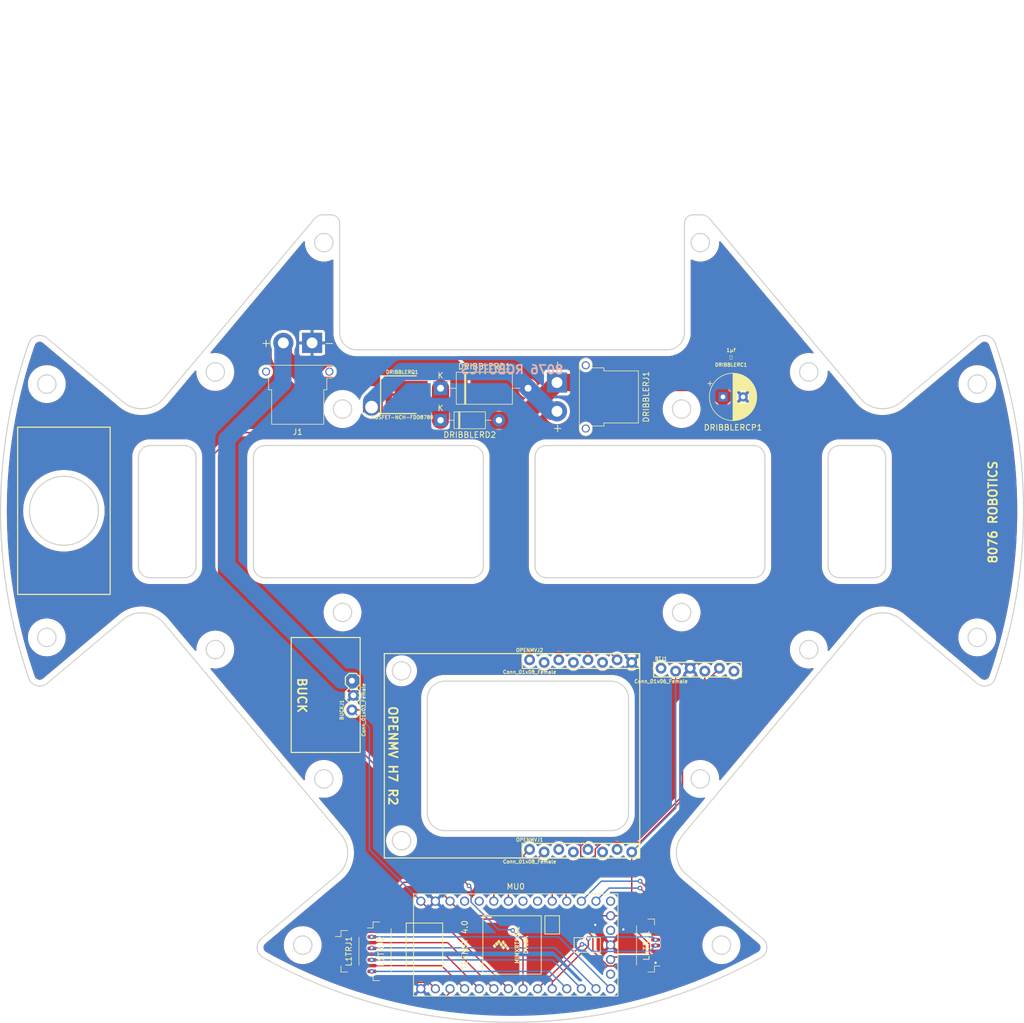
<source format=kicad_pcb>
(kicad_pcb (version 20211014) (generator pcbnew)
  (layers (0 "F.Cu" signal) (31 "B.Cu" signal) (34 "B.Paste" user) (35 "F.Paste" user) (36 "B.SilkS" user "B.Silkscreen") (37 "F.SilkS" user "F.Silkscreen") (38 "B.Mask" user) (39 "F.Mask" user) (44 "Edge.Cuts" user))
  (net 0 "")
  (net 1 "/L1RX")
  (net 2 "/L1TX")
  (net 3 "/M1PWM")
  (net 4 "/M2PWM")
  (net 5 "+3V3")
  (net 6 "/M3PWM")
  (net 7 "/M4PWM")
  (net 8 "/DRIBBLERPWM")
  (net 9 "/L4RX")
  (net 10 "/L4TX")
  (net 11 "/M1INA")
  (net 12 "/M2INA")
  (net 13 "/M3INA")
  (net 14 "/M4INA")
  (net 16 "/IMURX")
  (net 17 "/BTRX")
  (net 18 "/BTTX")
  (net 21 "/CAMTX")
  (net 22 "/CAMRX")
  (net 25 "GND")
  (net 28 "+5V")
  (net 42 "+12V")
  (net 43 "/IMUTX")
  (net 44 "/LIGHT_INT")
  (net 45 "Net-(DRIBBLERD1-Pad2)")
  (net 46 "Net-(DRIBBLERD1-Pad1)")
  (footprint "teensy:Teensy40" (layer "F.Cu") (at 126.365 176.9)
    (fp_text reference "MU0" (at 0 -10.16) (layer "F.SilkS"))
    (fp_text value "DEV-15583")
    (fp_text user "DVL6A" (at 1.778 0 90) (layer "F.SilkS") (effects (font (size 0.7 0.7))))
    (fp_text user "TEENSY 4.0" (at -8.87 0 90 unlocked) (layer "F.SilkS"))
    (fp_text user "MIMXRT1062" (at 0.254 0 90) (layer "F.SilkS") (effects (font (size 0.7 0.7))))
    (pad "0" thru_hole circle (at -13.97 7.62) (size 1.6 1.6) (drill 1.1) (layers *.Cu *.Mask) (net 1 "/L1RX"))
    (pad "1" thru_hole circle (at -11.43 7.62) (size 1.6 1.6) (drill 1.1) (layers *.Cu *.Mask) (net 2 "/L1TX"))
    (pad "2" thru_hole circle (at -8.89 7.62) (size 1.6 1.6) (drill 1.1) (layers *.Cu *.Mask) (net 3 "/M1PWM"))
    (pad "3" thru_hole circle (at -6.35 7.62) (size 1.6 1.6) (drill 1.1) (layers *.Cu *.Mask) (net 4 "/M2PWM"))
    (pad "3.3V_1" thru_hole circle (at 16.51 2.54) (size 1.6 1.6) (drill 1.1) (layers *.Cu *.Mask) (net 5 "+3V3"))
    (pad "3.3V_2" thru_hole circle (at -11.43 -7.62) (size 1.6 1.6) (drill 1.1) (layers *.Cu *.Mask) (net 5 "+3V3"))
    (pad "4" thru_hole circle (at -3.81 7.62) (size 1.6 1.6) (drill 1.1) (layers *.Cu *.Mask) (net 6 "/M3PWM"))
    (pad "5" thru_hole circle (at -1.27 7.62) (size 1.6 1.6) (drill 1.1) (layers *.Cu *.Mask) (net 7 "/M4PWM"))
    (pad "6" thru_hole circle (at 1.27 7.62) (size 1.6 1.6) (drill 1.1) (layers *.Cu *.Mask) (net 8 "/DRIBBLERPWM"))
    (pad "7" thru_hole circle (at 3.81 7.62) (size 1.6 1.6) (drill 1.1) (layers *.Cu *.Mask) (net 9 "/L4RX"))
    (pad "8" thru_hole circle (at 6.35 7.62) (size 1.6 1.6) (drill 1.1) (layers *.Cu *.Mask) (net 10 "/L4TX"))
    (pad "9" thru_hole circle (at 8.89 7.62) (size 1.6 1.6) (drill 1.1) (layers *.Cu *.Mask) (net 11 "/M1INA"))
    (pad "10" thru_hole circle (at 11.43 7.62) (size 1.6 1.6) (drill 1.1) (layers *.Cu *.Mask) (net 12 "/M2INA"))
    (pad "11" thru_hole circle (at 13.97 7.62) (size 1.6 1.6) (drill 1.1) (layers *.Cu *.Mask) (net 13 "/M3INA"))
    (pad "12" thru_hole circle (at 16.51 7.62) (size 1.6 1.6) (drill 1.1) (layers *.Cu *.Mask) (net 14 "/M4INA"))
    (pad "13" thru_hole circle (at 16.51 -7.62) (size 1.6 1.6) (drill 1.1) (layers *.Cu *.Mask))
    (pad "14" thru_hole circle (at 13.97 -7.62) (size 1.6 1.6) (drill 1.1) (layers *.Cu *.Mask) (net 43 "/IMUTX"))
    (pad "15" thru_hole circle (at 11.43 -7.62 90) (size 1.6 1.6) (drill 1.1) (layers *.Cu *.Mask) (net 16 "/IMURX"))
    (pad "16" thru_hole circle (at 8.89 -7.62 90) (size 1.6 1.6) (drill 1.1) (layers *.Cu *.Mask) (net 17 "/BTRX"))
    (pad "17" thru_hole circle (at 6.35 -7.62 90) (size 1.6 1.6) (drill 1.1) (layers *.Cu *.Mask) (net 18 "/BTTX"))
    (pad "18" thru_hole circle (at 3.81 -7.62 90) (size 1.6 1.6) (drill 1.1) (layers *.Cu *.Mask))
    (pad "19" thru_hole circle (at 1.27 -7.62 90) (size 1.6 1.6) (drill 1.1) (layers *.Cu *.Mask))
    (pad "20" thru_hole circle (at -1.27 -7.62 90) (size 1.6 1.6) (drill 1.1) (layers *.Cu *.Mask) (net 21 "/CAMTX"))
    (pad "21" thru_hole circle (at -3.81 -7.62) (size 1.6 1.6) (drill 1.1) (layers *.Cu *.Mask) (net 22 "/CAMRX"))
    (pad "22" thru_hole circle (at -6.35 -7.62) (size 1.6 1.6) (drill 1.1) (layers *.Cu *.Mask))
    (pad "23" thru_hole circle (at -8.89 -7.62) (size 1.6 1.6) (drill 1.1) (layers *.Cu *.Mask))
    (pad "G1" thru_hole circle (at -16.51 7.62) (size 1.6 1.6) (drill 1.1) (layers *.Cu *.Mask) (net 25 "GND"))
    (pad "G2" thru_hole circle (at 16.51 0) (size 1.6 1.6) (drill 1.1) (layers *.Cu *.Mask) (net 25 "GND"))
    (pad "G3" thru_hole circle (at -13.97 -7.62) (size 1.6 1.6) (drill 1.1) (layers *.Cu *.Mask) (net 25 "GND"))
    (pad "ONOFF" thru_hole circle (at 16.51 -5.08) (size 1.6 1.6) (drill 1.1) (layers *.Cu *.Mask) (net 5 "+3V3"))
    (pad "PGM" thru_hole circle (at 16.51 -2.54) (size 1.6 1.6) (drill 1.1) (layers *.Cu *.Mask))
    (pad "VBAT" thru_hole circle (at 16.51 5.08) (size 1.6 1.6) (drill 1.1) (layers *.Cu *.Mask))
    (pad "VIN" thru_hole circle (at -16.51 -7.62) (size 1.6 1.6) (drill 1.1) (layers *.Cu *.Mask) (net 28 "+5V"))
  )
  (footprint "Diode_THT:D_DO-27_P15.24mm_Horizontal" (layer "F.Cu") (at 113.284 80.028)
    (fp_text reference "DRIBBLERD1" (at 7.62 -3.785) (layer "F.SilkS"))
    (fp_text value "1N5401")
    (fp_text user "K" (at 0 -2.2) (layer "F.SilkS"))
    (pad "1" thru_hole rect locked (at 0 0) (size 2.4 2.4) (drill 1.2) (layers *.Cu *.Mask) (net 46 "Net-(DRIBBLERD1-Pad1)"))
    (pad "2" thru_hole oval locked (at 15.24 0) (size 2.4 2.4) (drill 1.2) (layers *.Cu *.Mask) (net 45 "Net-(DRIBBLERD1-Pad2)"))
  )
  (footprint "Connectors:1X03_LOCK" (layer "F.Cu") (at 98 136 90)
    (fp_text reference "BUCKJ1" (at 0 -1.905 90) (layer "F.SilkS") (effects (font (size 0.6096 0.6096) (thickness 0.127))))
    (fp_text value "Conn_01x03_Female" (at 0 1.905 90) (layer "F.SilkS") (effects (font (size 0.6096 0.6096) (thickness 0.127))))
    (pad "1" thru_hole circle locked (at 0 -0.127 90) (size 1.8796 1.8796) (drill 1.016) (layers *.Cu *.Mask) (net 28 "+5V"))
    (pad "2" thru_hole circle locked (at 2.54 0.127 90) (size 1.8796 1.8796) (drill 1.016) (layers *.Cu *.Mask) (net 25 "GND"))
    (pad "3" thru_hole circle locked (at 5.08 -0.127 90) (size 1.8796 1.8796) (drill 1.016) (layers *.Cu *.Mask) (net 42 "+12V"))
  )
  (footprint "Connectors:1X08_FEMALE_LOCK" (layer "F.Cu") (at 128.778 160.5026)
    (fp_text reference "OPENMVJ1" (at 0 -1.905) (layer "F.SilkS") (effects (font (size 0.6096 0.6096) (thickness 0.127))))
    (fp_text value "Conn_01x08_Female" (at 0 1.905) (layer "F.SilkS") (effects (font (size 0.6096 0.6096) (thickness 0.127))))
    (pad "1" thru_hole circle locked (at 0 -0.2286) (size 1.8796 1.8796) (drill 1.016) (layers *.Cu *.Mask) (net 22 "/CAMRX"))
    (pad "2" thru_hole circle locked (at 2.54 0.2286) (size 1.8796 1.8796) (drill 1.016) (layers *.Cu *.Mask) (net 21 "/CAMTX"))
    (pad "3" thru_hole circle locked (at 5.08 -0.2286) (size 1.8796 1.8796) (drill 1.016) (layers *.Cu *.Mask))
    (pad "4" thru_hole circle locked (at 7.62 0.2286) (size 1.8796 1.8796) (drill 1.016) (layers *.Cu *.Mask))
    (pad "5" thru_hole circle locked (at 10.16 -0.2286) (size 1.8796 1.8796) (drill 1.016) (layers *.Cu *.Mask))
    (pad "6" thru_hole circle locked (at 12.7 0.2286) (size 1.8796 1.8796) (drill 1.016) (layers *.Cu *.Mask))
    (pad "7" thru_hole circle locked (at 15.24 -0.2286) (size 1.8796 1.8796) (drill 1.016) (layers *.Cu *.Mask))
    (pad "8" thru_hole circle locked (at 17.78 0.2286) (size 1.8796 1.8796) (drill 1.016) (layers *.Cu *.Mask) (net 5 "+3V3"))
  )
  (footprint "Silicon-Standard:DPAK" (layer "F.Cu") (at 106.591735 81.153 -90)
    (fp_text reference "DRIBBLERQ1" (at -3.937 0) (layer "F.SilkS") (effects (font (size 0.6096 0.6096) (thickness 0.127))))
    (fp_text value "MOSFET-NCH-FDD8780" (at 3.937 0) (layer "F.SilkS") (effects (font (size 0.6096 0.6096) (thickness 0.127))))
    (pad "1" smd rect locked (at -2.27838 5.3086 270) (size 1.59766 2.99974) (layers "F.Cu" "F.Paste" "F.Mask") (net 8 "/DRIBBLERPWM"))
    (pad "3" smd rect locked (at 2.27838 5.3086 270) (size 1.59766 2.99974) (layers "F.Cu" "F.Paste" "F.Mask") (net 45 "Net-(DRIBBLERD1-Pad2)"))
    (pad "4" smd rect locked (at 0 -1.5875 270) (size 4.826 5.715) (layers "F.Cu" "F.Paste" "F.Mask") (net 25 "GND"))
  )
  (footprint "Connector_JST:JST_SH_BM08B-SRSS-TB_1x08-1MP_P1.00mm_Vertical" (layer "F.Cu") (at 102.661 178 -90)
    (fp_text reference "L1TRJ2" (at 0 -0.286 90) (layer "F.SilkS"))
    (fp_text value "Conn_01x08_Female")
    (pad "1" smd roundrect locked (at -3.5 1.325 270) (size 0.6 1.55) (layers "F.Cu" "F.Paste" "F.Mask") (net 7 "/M4PWM"))
    (pad "2" smd roundrect locked (at -2.5 1.325 270) (size 0.6 1.55) (layers "F.Cu" "F.Paste" "F.Mask") (net 14 "/M4INA"))
    (pad "3" smd roundrect locked (at -1.5 1.325 270) (size 0.6 1.55) (layers "F.Cu" "F.Paste" "F.Mask") (net 6 "/M3PWM"))
    (pad "4" smd roundrect locked (at -0.5 1.325 270) (size 0.6 1.55) (layers "F.Cu" "F.Paste" "F.Mask") (net 13 "/M3INA"))
    (pad "5" smd roundrect locked (at 0.5 1.325 270) (size 0.6 1.55) (layers "F.Cu" "F.Paste" "F.Mask") (net 4 "/M2PWM"))
    (pad "6" smd roundrect locked (at 1.5 1.325 270) (size 0.6 1.55) (layers "F.Cu" "F.Paste" "F.Mask") (net 12 "/M2INA"))
    (pad "7" smd roundrect locked (at 2.5 1.325 270) (size 0.6 1.55) (layers "F.Cu" "F.Paste" "F.Mask") (net 3 "/M1PWM"))
    (pad "8" smd roundrect locked (at 3.5 1.325 270) (size 0.6 1.55) (layers "F.Cu" "F.Paste" "F.Mask") (net 11 "/M1INA"))
    (pad "MP" smd roundrect locked (at 4.8 -1.2 270) (size 1.2 1.8) (layers "F.Cu" "F.Paste" "F.Mask") (roundrect_rratio 0.2083333333))
    (pad "MP" smd roundrect locked (at -4.8 -1.2 270) (size 1.2 1.8) (layers "F.Cu" "F.Paste" "F.Mask") (roundrect_rratio 0.2083333333))
  )
  (footprint "Connector_AMASS:AMASS_XT30PW-F_1x02_P2.50mm_Horizontal" (layer "F.Cu") (at 90.932 72.136 180)
    (fp_text reference "J1" (at 2.5 -15.5) (layer "F.SilkS"))
    (fp_text value "Conn_01x02_Female")
    (fp_text user "-" (at -3 0) (layer "F.SilkS") (effects (font (size 1.5 1.5))))
    (fp_text user "+" (at 8 0) (layer "F.SilkS") (effects (font (size 1.5 1.5))))
    (pad "" thru_hole circle locked (at 8 -5 180) (size 1.4 1.4) (drill 1) (layers *.Cu *.Mask))
    (pad "" thru_hole circle locked (at -3 -5 270) (size 1.4 1.4) (drill 1) (layers *.Cu *.Mask))
    (pad "1" thru_hole rect locked (at 0 0 180) (size 3.5 3.5) (drill 1.9) (layers *.Cu *.Mask) (net 25 "GND"))
    (pad "2" thru_hole circle locked (at 5 0 180) (size 3.5 3.5) (drill 1.9) (layers *.Cu *.Mask) (net 42 "+12V"))
  )
  (footprint "Connector_JST:JST_SH_BM05B-SRSS-TB_1x05-1MP_P1.00mm_Vertical" (layer "F.Cu") (at 97.075 178 -90)
    (fp_text reference "L1TRJ1" (at 0.012 -0.246 90) (layer "F.SilkS"))
    (fp_text value "Conn_01x05_Female")
    (pad "1" smd roundrect locked (at -2 1.325 270) (size 0.6 1.55) (layers "F.Cu" "F.Paste" "F.Mask") (net 44 "/LIGHT_INT"))
    (pad "2" smd roundrect locked (at -1 1.325 270) (size 0.6 1.55) (layers "F.Cu" "F.Paste" "F.Mask") (net 25 "GND"))
    (pad "3" smd roundrect locked (at 0 1.325 270) (size 0.6 1.55) (layers "F.Cu" "F.Paste" "F.Mask") (net 5 "+3V3"))
    (pad "4" smd roundrect locked (at 1 1.325 270) (size 0.6 1.55) (layers "F.Cu" "F.Paste" "F.Mask") (net 1 "/L1RX"))
    (pad "5" smd roundrect locked (at 2 1.325 270) (size 0.6 1.55) (layers "F.Cu" "F.Paste" "F.Mask") (net 2 "/L1TX"))
    (pad "MP" smd roundrect locked (at 3.3 -1.2 270) (size 1.2 1.8) (layers "F.Cu" "F.Paste" "F.Mask") (roundrect_rratio 0.2083333333))
    (pad "MP" smd roundrect locked (at -3.3 -1.2 270) (size 1.2 1.8) (layers "F.Cu" "F.Paste" "F.Mask") (roundrect_rratio 0.2083333333))
  )
  (footprint "Connector_JST:JST_SH_BM07B-SRSS-TB_1x07-1MP_P1.00mm_Vertical" (layer "F.Cu") (at 149.4 177 90)
    (fp_text reference "L4TRJ1" (at 0 -0.296 90) (layer "F.SilkS"))
    (fp_text value "Conn_01x07_Female")
    (pad "1" smd roundrect locked (at -3 1.325 90) (size 0.6 1.55) (layers "F.Cu" "F.Paste" "F.Mask") (net 25 "GND"))
    (pad "2" smd roundrect locked (at -2 1.325 90) (size 0.6 1.55) (layers "F.Cu" "F.Paste" "F.Mask") (net 5 "+3V3"))
    (pad "3" smd roundrect locked (at -1 1.325 90) (size 0.6 1.55) (layers "F.Cu" "F.Paste" "F.Mask") (net 28 "+5V"))
    (pad "4" smd roundrect locked (at 0 1.325 90) (size 0.6 1.55) (layers "F.Cu" "F.Paste" "F.Mask") (net 9 "/L4RX"))
    (pad "5" smd roundrect locked (at 1 1.325 90) (size 0.6 1.55) (layers "F.Cu" "F.Paste" "F.Mask") (net 10 "/L4TX"))
    (pad "6" smd roundrect locked (at 2 1.325 90) (size 0.6 1.55) (layers "F.Cu" "F.Paste" "F.Mask") (net 16 "/IMURX"))
    (pad "7" smd roundrect locked (at 3 1.325 90) (size 0.6 1.55) (layers "F.Cu" "F.Paste" "F.Mask") (net 43 "/IMUTX"))
    (pad "MP" smd roundrect locked (at -4.3 -1.2 90) (size 1.2 1.8) (layers "F.Cu" "F.Paste" "F.Mask") (roundrect_rratio 0.2083333333))
    (pad "MP" smd roundrect locked (at 4.3 -1.2 90) (size 1.2 1.8) (layers "F.Cu" "F.Paste" "F.Mask") (roundrect_rratio 0.2083333333))
  )
  (footprint "Connector_AMASS:AMASS_XT30PW-F_1x02_P2.50mm_Horizontal" (layer "F.Cu") (at 133.55 79.034 -90)
    (fp_text reference "DRIBBLERJ1" (at 2.5 -15.5 90) (layer "F.SilkS"))
    (fp_text value "Conn_01x02_Female")
    (fp_text user "-" (at -3 0 90) (layer "F.SilkS") (effects (font (size 1.5 1.5))))
    (fp_text user "+" (at 8 0 90) (layer "F.SilkS") (effects (font (size 1.5 1.5))))
    (pad "" thru_hole circle locked (at 8 -5 270) (size 1.4 1.4) (drill 1) (layers *.Cu *.Mask))
    (pad "" thru_hole circle locked (at -3 -5) (size 1.4 1.4) (drill 1) (layers *.Cu *.Mask))
    (pad "1" thru_hole rect locked (at 0 0 270) (size 3.5 3.5) (drill 1.9) (layers *.Cu *.Mask) (net 42 "+12V"))
    (pad "2" thru_hole circle locked (at 5 0 270) (size 3.5 3.5) (drill 1.9) (layers *.Cu *.Mask) (net 45 "Net-(DRIBBLERD1-Pad2)"))
  )
  (footprint "Connectors:1X06_FEMALE_LOCK.010" (layer "F.Cu") (at 151.65 129)
    (fp_text reference "BTJ1" (at 0 -1.905) (layer "F.SilkS") (effects (font (size 0.6096 0.6096) (thickness 0.127))))
    (fp_text value "Conn_01x06_Female" (at 0 2.032) (layer "F.SilkS") (effects (font (size 0.6096 0.6096) (thickness 0.127))))
    (pad "1" thru_hole circle locked (at 0 -0.254) (size 1.8796 1.8796) (drill 1.016) (layers *.Cu *.Mask))
    (pad "2" thru_hole circle locked (at 2.54 0.254) (size 1.8796 1.8796) (drill 1.016) (layers *.Cu *.Mask) (net 5 "+3V3"))
    (pad "3" thru_hole circle locked (at 5.08 -0.254) (size 1.8796 1.8796) (drill 1.016) (layers *.Cu *.Mask) (net 25 "GND"))
    (pad "4" thru_hole circle locked (at 7.62 0.254) (size 1.8796 1.8796) (drill 1.016) (layers *.Cu *.Mask) (net 18 "/BTTX"))
    (pad "5" thru_hole circle locked (at 10.16 -0.254) (size 1.8796 1.8796) (drill 1.016) (layers *.Cu *.Mask) (net 17 "/BTRX"))
    (pad "6" thru_hole circle locked (at 12.7 0.254) (size 1.8796 1.8796) (drill 1.016) (layers *.Cu *.Mask))
  )
  (footprint "Diode_THT:D_DO-41_SOD81_P10.16mm_Horizontal" (layer "F.Cu") (at 113.284 85.598)
    (fp_text reference "DRIBBLERD2" (at 5.08 2.54) (layer "F.SilkS"))
    (fp_text value "1N4728")
    (fp_text user "K" (at 0 -2.1) (layer "F.SilkS"))
    (pad "1" thru_hole rect locked (at 0 0) (size 2.2 2.2) (drill 1.1) (layers *.Cu *.Mask) (net 46 "Net-(DRIBBLERD1-Pad1)"))
    (pad "2" thru_hole oval locked (at 10.16 0) (size 2.2 2.2) (drill 1.1) (layers *.Cu *.Mask) (net 42 "+12V"))
  )
  (footprint "Capacitors:0603" (layer "F.Cu") (at 163.83 74.676 180)
    (fp_text reference "DRIBBLERC1" (at 0 -1.27) (layer "F.SilkS") (effects (font (size 0.6096 0.6096) (thickness 0.127))))
    (fp_text value "1µf" (at 0 1.27) (layer "F.SilkS") (effects (font (size 0.6096 0.6096) (thickness 0.127))))
    (pad "1" smd rect locked (at -0.84836 0 180) (size 1.09982 0.99822) (layers "F.Cu" "F.Paste" "F.Mask") (net 25 "GND"))
    (pad "2" smd rect locked (at 0.84836 0 180) (size 1.09982 0.99822) (layers "F.Cu" "F.Paste" "F.Mask") (net 42 "+12V"))
  )
  (footprint "Connectors:1X08_FEMALE_LOCK" (layer "F.Cu") (at 128.778 127.508)
    (fp_text reference "OPENMVJ2" (at 0 -1.905) (layer "F.SilkS") (effects (font (size 0.6096 0.6096) (thickness 0.127))))
    (fp_text value "Conn_01x08_Female" (at 0 1.905) (layer "F.SilkS") (effects (font (size 0.6096 0.6096) (thickness 0.127))))
    (pad "1" thru_hole circle locked (at 0 -0.2286) (size 1.8796 1.8796) (drill 1.016) (layers *.Cu *.Mask))
    (pad "2" thru_hole circle locked (at 2.54 0.2286) (size 1.8796 1.8796) (drill 1.016) (layers *.Cu *.Mask))
    (pad "3" thru_hole circle locked (at 5.08 -0.2286) (size 1.8796 1.8796) (drill 1.016) (layers *.Cu *.Mask))
    (pad "4" thru_hole circle locked (at 7.62 0.2286) (size 1.8796 1.8796) (drill 1.016) (layers *.Cu *.Mask))
    (pad "5" thru_hole circle locked (at 10.16 -0.2286) (size 1.8796 1.8796) (drill 1.016) (layers *.Cu *.Mask))
    (pad "6" thru_hole circle locked (at 12.7 0.2286) (size 1.8796 1.8796) (drill 1.016) (layers *.Cu *.Mask))
    (pad "7" thru_hole circle locked (at 15.24 -0.2286) (size 1.8796 1.8796) (drill 1.016) (layers *.Cu *.Mask) (net 28 "+5V"))
    (pad "8" thru_hole circle locked (at 17.78 0.2286) (size 1.8796 1.8796) (drill 1.016) (layers *.Cu *.Mask) (net 25 "GND"))
  )
  (footprint "Capacitor_THT:CP_Radial_D8.0mm_P3.50mm" (layer "F.Cu") (at 162.431349 81.534)
    (fp_text reference "DRIBBLERCP1" (at 1.75 5.334) (layer "F.SilkS"))
    (fp_text value "680µF")
    (pad "1" thru_hole rect locked (at 0 0) (size 1.6 1.6) (drill 0.8) (layers *.Cu *.Mask) (net 42 "+12V"))
    (pad "2" thru_hole circle locked (at 3.5 0) (size 1.6 1.6) (drill 0.8) (layers *.Cu *.Mask) (net 25 "GND"))
  )
  (gr_line (start 103.5 126.2) (end 147.95 126.2) (layer "F.SilkS") (width 0.2))
  (gr_line (start 147.95 161.76) (end 103.5 161.76) (layer "F.SilkS") (width 0.2))
  (gr_rect (start 99.3 143.4) (end 87.3 123.4) (layer "F.SilkS") (width 0.2) (fill none))
  (gr_line (start 147.95 126.2) (end 147.95 161.76) (layer "F.SilkS") (width 0.2))
  (gr_line (start 103.5 161.76) (end 103.5 126.2) (layer "F.SilkS") (width 0.2))
  (gr_rect locked (start 39.7 86.8) (end 55.8 115.9) (layer "F.SilkS") (width 0.2) (fill none))
  (gr_line (start 169.36061 175.81324) (end 156.116004 164.699696) (layer "Edge.Cuts") (width 0.2))
  (gr_line (start 82.729999 113) (end 118.729999 113) (layer "Edge.Cuts") (width 0.2))
  (gr_line (start 146 134) (end 146 154) (layer "Edge.Cuts") (width 0.2))
  (gr_arc (start 169.048484 179.09244) (mid 148.108191 187.486679) (end 125.73 190.346) (layer "Edge.Cuts") (width 0.2))
  (gr_arc (start 120.729999 111) (mid 120.144213 112.414214) (end 118.729999 113) (layer "Edge.Cuts") (width 0.2))
  (gr_arc (start 143 131) (mid 145.12132 131.87868) (end 146 134) (layer "Edge.Cuts") (width 0.2))
  (gr_line (start 131.73 113) (end 167.73 113) (layer "Edge.Cuts") (width 0.2))
  (gr_arc (start 155.73 51.346) (mid 156.16934 50.28534) (end 157.23 49.846) (layer "Edge.Cuts") (width 0.2))
  (gr_line (start 58.062315 120.269118) (end 44.817709 131.382663) (layer "Edge.Cuts") (width 0.2))
  (gr_arc (start 41.642527 130.505851) (mid 36.73 101.346) (end 41.642527 72.186149) (layer "Edge.Cuts") (width 0.2))
  (gr_arc (start 209.817473 130.505851) (mid 208.460232 131.778419) (end 206.642291 131.382663) (layer "Edge.Cuts") (width 0.2))
  (gr_line (start 95.96028 157.655536) (end 65.106475 120.885402) (layer "Edge.Cuts") (width 0.2))
  (gr_arc (start 41.642527 72.186149) (mid 42.999768 70.913581) (end 44.817709 71.309337) (layer "Edge.Cuts") (width 0.2))
  (gr_circle (center 96.23 119.046) (end 97.83 119.046) (layer "Edge.Cuts") (width 0.2) (fill none))
  (gr_arc (start 82.411516 179.09244) (mid 81.393964 177.53484) (end 82.09939 175.81324) (layer "Edge.Cuts") (width 0.2))
  (gr_circle (center 177.364934 125.498349) (end 178.964934 125.498349) (layer "Edge.Cuts") (width 0.2) (fill none))
  (gr_arc (start 95.96028 157.655536) (mid 97.111032 161.305253) (end 95.343996 164.699696) (layer "Edge.Cuts") (width 0.2))
  (gr_line (start 125.73 73.346) (end 152.73 73.346) (layer "Edge.Cuts") (width 0.2))
  (gr_line (start 94.23 49.846) (end 92.857217 49.846) (layer "Edge.Cuts") (width 0.2))
  (gr_arc (start 182.730001 113) (mid 181.315787 112.414214) (end 180.730001 111) (layer "Edge.Cuts") (width 0.2))
  (gr_circle (center 206.683554 79.306669) (end 208.283554 79.306669) (layer "Edge.Cuts") (width 0.2) (fill none))
  (gr_arc (start 58.062315 120.269118) (mid 61.712032 119.118367) (end 65.106475 120.885402) (layer "Edge.Cuts") (width 0.2))
  (gr_circle (center 47.75 101.35) (end 53.75 101.35) (layer "Edge.Cuts") (width 0.2) (fill none))
  (gr_arc (start 209.817473 72.186149) (mid 214.73 101.346) (end 209.817473 130.505851) (layer "Edge.Cuts") (width 0.2))
  (gr_circle (center 74.095066 125.498349) (end 75.695066 125.498349) (layer "Edge.Cuts") (width 0.2) (fill none))
  (gr_line (start 167.73 90) (end 131.73 90) (layer "Edge.Cuts") (width 0.2))
  (gr_arc (start 129.73 92) (mid 130.315786 90.585786) (end 131.73 90) (layer "Edge.Cuts") (width 0.2))
  (gr_arc (start 180.730001 92) (mid 181.315787 90.585786) (end 182.730001 90) (layer "Edge.Cuts") (width 0.2))
  (gr_line (start 155.73 51.346) (end 155.73 70.346) (layer "Edge.Cuts") (width 0.2))
  (gr_line (start 95.73 51.346) (end 95.73 70.346) (layer "Edge.Cuts") (width 0.2))
  (gr_arc (start 80.729999 92) (mid 81.315785 90.585786) (end 82.729999 90) (layer "Edge.Cuts") (width 0.2))
  (gr_line (start 180.730001 92) (end 180.730001 111) (layer "Edge.Cuts") (width 0.2))
  (gr_arc (start 155.73 70.346) (mid 154.85132 72.46732) (end 152.73 73.346) (layer "Edge.Cuts") (width 0.2))
  (gr_arc (start 190.730001 111) (mid 190.144214 112.414213) (end 188.730001 113) (layer "Edge.Cuts") (width 0.2))
  (gr_line (start 129.73 92) (end 129.73 111) (layer "Edge.Cuts") (width 0.2))
  (gr_line (start 190.730001 111) (end 190.730001 92) (layer "Edge.Cuts") (width 0.2))
  (gr_line (start 80.729999 92) (end 80.729999 111) (layer "Edge.Cuts") (width 0.2))
  (gr_line (start 188.730001 90) (end 182.730001 90) (layer "Edge.Cuts") (width 0.2))
  (gr_arc (start 68.729999 90) (mid 70.144213 90.585786) (end 70.729999 92) (layer "Edge.Cuts") (width 0.2))
  (gr_arc (start 114 157) (mid 111.87868 156.12132) (end 111 154) (layer "Edge.Cuts") (width 0.2))
  (gr_arc (start 131.73 113) (mid 130.315786 112.414214) (end 129.73 111) (layer "Edge.Cuts") (width 0.2))
  (gr_line (start 186.353525 81.806598) (end 160.134872 50.560424) (layer "Edge.Cuts") (width 0.2))
  (gr_arc (start 206.642291 71.309337) (mid 208.460232 70.913581) (end 209.817473 72.186149) (layer "Edge.Cuts") (width 0.2))
  (gr_arc (start 62.729999 113) (mid 61.315785 112.414214) (end 60.729999 111) (layer "Edge.Cuts") (width 0.2))
  (gr_arc (start 125.73 190.346) (mid 103.351809 187.486679) (end 82.411516 179.09244) (layer "Edge.Cuts") (width 0.2))
  (gr_circle (center 89.304544 176.926395) (end 90.904544 176.926395) (layer "Edge.Cuts") (width 0.2) (fill none))
  (gr_circle (center 96.23 83.646) (end 97.83 83.646) (layer "Edge.Cuts") (width 0.2) (fill none))
  (gr_arc (start 98.73 73.346) (mid 96.60868 72.46732) (end 95.73 70.346) (layer "Edge.Cuts") (width 0.2))
  (gr_circle (center 74.095066 77.193651) (end 75.695066 77.193651) (layer "Edge.Cuts") (width 0.2) (fill none))
  (gr_arc (start 158.602783 49.846) (mid 159.44802 50.033384) (end 160.134872 50.560424) (layer "Edge.Cuts") (width 0.2))
  (gr_arc (start 65.106475 81.806598) (mid 61.712032 83.573633) (end 58.062315 82.422882) (layer "Edge.Cuts") (width 0.2))
  (gr_circle (center 44.776446 123.385331) (end 46.376446 123.385331) (layer "Edge.Cuts") (width 0.2) (fill none))
  (gr_line (start 111 154) (end 111 134) (layer "Edge.Cuts") (width 0.2))
  (gr_circle (center 158.481733 54.689528) (end 160.081733 54.689528) (layer "Edge.Cuts") (width 0.2) (fill none))
  (gr_line (start 155.49972 157.655536) (end 186.353525 120.885402) (layer "Edge.Cuts") (width 0.2))
  (gr_circle (center 155.23 83.646) (end 156.83 83.646) (layer "Edge.Cuts") (width 0.2) (fill none))
  (gr_line (start 70.729999 92) (end 70.729999 111) (layer "Edge.Cuts") (width 0.2))
  (gr_circle (center 92.978267 148.002472) (end 94.578267 148.002472) (layer "Edge.Cuts") (width 0.2) (fill none))
  (gr_line (start 206.642291 71.309337) (end 193.397685 82.422882) (layer "Edge.Cuts") (width 0.2))
  (gr_arc (start 82.729999 113) (mid 81.315786 112.414213) (end 80.729999 111) (layer "Edge.Cuts") (width 0.2))
  (gr_line (start 193.397685 120.269118) (end 206.642291 131.382663) (layer "Edge.Cuts") (width 0.2))
  (gr_circle (center 158.481733 148.002472) (end 160.081733 148.002472) (layer "Edge.Cuts") (width 0.2) (fill none))
  (gr_arc (start 111 134) (mid 111.87868 131.87868) (end 114 131) (layer "Edge.Cuts") (width 0.2))
  (gr_line (start 157.23 49.846) (end 158.602783 49.846) (layer "Edge.Cuts") (width 0.2))
  (gr_line (start 118.729999 90) (end 82.729999 90) (layer "Edge.Cuts") (width 0.2))
  (gr_line (start 143 157) (end 114 157) (layer "Edge.Cuts") (width 0.2))
  (gr_arc (start 193.397685 82.422882) (mid 189.747968 83.573633) (end 186.353525 81.806598) (layer "Edge.Cuts") (width 0.2))
  (gr_line (start 65.106475 81.806598) (end 91.325128 50.560424) (layer "Edge.Cuts") (width 0.2))
  (gr_arc (start 169.36061 175.81324) (mid 170.066036 177.53484) (end 169.048484 179.09244) (layer "Edge.Cuts") (width 0.2))
  (gr_line (start 82.09939 175.81324) (end 95.343996 164.699696) (layer "Edge.Cuts") (width 0.2))
  (gr_arc (start 70.729999 111) (mid 70.144213 112.414214) (end 68.729999 113) (layer "Edge.Cuts") (width 0.2))
  (gr_circle (center 106.5 129.2) (end 106.5 130.8) (layer "Edge.Cuts") (width 0.2) (fill none))
  (gr_line (start 114 131) (end 143 131) (layer "Edge.Cuts") (width 0.2))
  (gr_circle (center 206.683554 123.385331) (end 208.283554 123.385331) (layer "Edge.Cuts") (width 0.2) (fill none))
  (gr_circle (center 177.364934 77.193651) (end 178.964934 77.193651) (layer "Edge.Cuts") (width 0.2) (fill none))
  (gr_arc (start 44.817709 131.382663) (mid 42.999768 131.778419) (end 41.642527 130.505851) (layer "Edge.Cuts") (width 0.2))
  (gr_line (start 60.729999 111) (end 60.729999 92) (layer "Edge.Cuts") (width 0.2))
  (gr_line (start 125.73 73.346) (end 98.73 73.346) (layer "Edge.Cuts") (width 0.2))
  (gr_line (start 120.729999 111) (end 120.729999 92) (layer "Edge.Cuts") (width 0.2))
  (gr_line (start 44.817709 71.309337) (end 58.062315 82.422882) (layer "Edge.Cuts") (width 0.2))
  (gr_circle (center 44.776446 79.306669) (end 46.376446 79.306669) (layer "Edge.Cuts") (width 0.2) (fill none))
  (gr_arc (start 186.353525 120.885402) (mid 189.747968 119.118367) (end 193.397685 120.269118) (layer "Edge.Cuts") (width 0.2))
  (gr_line (start 68.729999 113) (end 62.729999 113) (layer "Edge.Cuts") (width 0.2))
  (gr_line (start 182.730001 113) (end 188.730001 113) (layer "Edge.Cuts") (width 0.2))
  (gr_circle (center 155.23 119.046) (end 156.83 119.046) (layer "Edge.Cuts") (width 0.2) (fill none))
  (gr_arc (start 188.730001 90) (mid 190.144215 90.585786) (end 190.730001 92) (layer "Edge.Cuts") (width 0.2))
  (gr_arc (start 169.73 111) (mid 169.144214 112.414214) (end 167.73 113) (layer "Edge.Cuts") (width 0.2))
  (gr_line (start 62.729999 90) (end 68.729999 90) (layer "Edge.Cuts") (width 0.2))
  (gr_arc (start 94.23 49.846) (mid 95.29066 50.28534) (end 95.73 51.346) (layer "Edge.Cuts") (width 0.2))
  (gr_line (start 169.73 111) (end 169.73 92) (layer "Edge.Cuts") (width 0.2))
  (gr_arc (start 156.116004 164.699696) (mid 154.348968 161.305253) (end 155.49972 157.655536) (layer "Edge.Cuts") (width 0.2))
  (gr_arc (start 91.325128 50.560424) (mid 92.01198 50.033384) (end 92.857217 49.846) (layer "Edge.Cuts") (width 0.2))
  (gr_circle (center 162.155456 176.926395) (end 163.755456 176.926395) (layer "Edge.Cuts") (width 0.2) (fill none))
  (gr_arc (start 167.73 90) (mid 169.144214 90.585786) (end 169.73 92) (layer "Edge.Cuts") (width 0.2))
  (gr_circle (center 92.978267 54.689528) (end 94.578267 54.689528) (layer "Edge.Cuts") (width 0.2) (fill none))
  (gr_arc (start 118.729999 90) (mid 120.144213 90.585786) (end 120.729999 92) (layer "Edge.Cuts") (width 0.2))
  (gr_circle (center 106.5 158.76) (end 106.5 160.36) (layer "Edge.Cuts") (width 0.2) (fill none))
  (gr_arc (start 60.729999 92) (mid 61.315785 90.585786) (end 62.729999 90) (layer "Edge.Cuts") (width 0.2))
  (gr_arc (start 146 154) (mid 145.12132 156.12132) (end 143 157) (layer "Edge.Cuts") (width 0.2))
  (gr_text "8076 ROBOTICS" (at 125.73 76.8) (layer "B.SilkS") (effects (font (size 1.5 1.5) (thickness 0.3)) (justify mirror)))
  (gr_text "BUCK" (at 89.17252 133.472213 270) (layer "F.SilkS") (effects (font (size 1.5 1.5) (thickness 0.3))))
  (gr_text "8076 ROBOTICS" (at 209.4 101.6 90) (layer "F.SilkS") (effects (font (size 1.5 1.5) (thickness 0.3))))
  (gr_text "OPENMV H7 R2" (at 105 144 270) (layer "F.SilkS") (effects (font (size 1.5 1.5) (thickness 0.3))))
  (segment (start 109.389211 183.395489) (end 111.270489 183.395489) (width 0.25) (layer "F.Cu") (net 1))
  (segment (start 100.23648 183.03648) (end 101 183.8) (width 0.25) (layer "F.Cu") (net 1))
  (segment (start 108.9847 183.8) (end 109.389211 183.395489) (width 0.25) (layer "F.Cu") (net 1))
  (segment (start 95.75 179) (end 98.389928 179) (width 0.25) (layer "F.Cu") (net 1))
  (segment (start 98.389928 179) (end 100.23648 180.846552) (width 0.25) (layer "F.Cu") (net 1))
  (segment (start 101 183.8) (end 108.9847 183.8) (width 0.25) (layer "F.Cu") (net 1))
  (segment (start 100.23648 180.846552) (end 100.23648 183.03648) (width 0.25) (layer "F.Cu") (net 1))
  (segment (start 111.270489 183.395489) (end 112.395 184.52) (width 0.25) (layer "F.Cu") (net 1))
  (segment (start 113.8 186.3) (end 114.935 185.165) (width 0.25) (layer "F.Cu") (net 2))
  (segment (start 100.612907 185.4504) (end 108.3504 185.4504) (width 0.25) (layer "F.Cu") (net 2))
  (segment (start 108.3504 185.4504) (end 109.2 186.3) (width 0.25) (layer "F.Cu") (net 2))
  (segment (start 109.2 186.3) (end 113.8 186.3) (width 0.25) (layer "F.Cu") (net 2))
  (segment (start 114.935 185.165) (end 114.935 184.52) (width 0.25) (layer "F.Cu") (net 2))
  (segment (start 95.75 180.587493) (end 100.612907 185.4504) (width 0.25) (layer "F.Cu") (net 2))
  (segment (start 95.75 180) (end 95.75 180.587493) (width 0.25) (layer "F.Cu") (net 2))
  (segment (start 113.455 180.5) (end 117.475 184.52) (width 0.25) (layer "F.Cu") (net 3))
  (segment (start 101.336 180.5) (end 113.455 180.5) (width 0.25) (layer "F.Cu") (net 3))
  (segment (start 101.336 178.5) (end 113.995 178.5) (width 0.25) (layer "F.Cu") (net 4))
  (segment (start 113.995 178.5) (end 120.015 184.52) (width 0.25) (layer "F.Cu") (net 4))
  (segment (start 117.475 171.82) (end 114.935 169.28) (width 0.25) (layer "F.Cu") (net 5))
  (segment (start 106.9 166) (end 99.49952 173.40048) (width 0.25) (layer "F.Cu") (net 5))
  (segment (start 142.875 171.82) (end 117.475 171.82) (width 0.25) (layer "F.Cu") (net 5))
  (segment (start 146.558 170.582) (end 145.32 171.82) (width 0.25) (layer "F.Cu") (net 5))
  (segment (start 145.32 171.82) (end 142.875 171.82) (width 0.25) (layer "F.Cu") (net 5))
  (segment (start 143.315 179) (end 150.725 179) (width 0.25) (layer "F.Cu") (net 5))
  (segment (start 149.62548 176.72548) (end 145.32 172.42) (width 0.25) (layer "F.Cu") (net 5))
  (segment (start 99.49952 175.287973) (end 96.787493 178) (width 0.25) (layer "F.Cu") (net 5))
  (segment (start 99.49952 173.40048) (end 99.49952 175.287973) (width 0.25) (layer "F.Cu") (net 5))
  (segment (start 96.787493 178) (end 95.75 178) (width 0.25) (layer "F.Cu") (net 5))
  (segment (start 114.935 169.28) (end 111.655 166) (width 0.25) (layer "F.Cu") (net 5))
  (segment (start 149.62548 178.346552) (end 149.62548 176.72548) (width 0.25) (layer "F.Cu") (net 5))
  (segment (start 111.655 166) (end 106.9 166) (width 0.25) (layer "F.Cu") (net 5))
  (segment (start 143.315 179) (end 142.875 179.44) (width 0.25) (layer "F.Cu") (net 5))
  (segment (start 146.558 160.7312) (end 146.558 170.582) (width 0.25) (layer "F.Cu") (net 5))
  (segment (start 145.32 172.42) (end 145.32 171.82) (width 0.25) (layer "F.Cu") (net 5))
  (segment (start 150.278928 179) (end 149.62548 178.346552) (width 0.25) (layer "F.Cu") (net 5))
  (segment (start 146.558 160.7312) (end 154.19 153.0992) (width 0.25) (layer "B.Cu") (net 5))
  (segment (start 154.19 153.0992) (end 154.19 129.254) (width 0.25) (layer "B.Cu") (net 5))
  (segment (start 101.336 176.5) (end 114.535 176.5) (width 0.25) (layer "F.Cu") (net 6))
  (segment (start 114.535 176.5) (end 122.555 184.52) (width 0.25) (layer "F.Cu") (net 6))
  (segment (start 115.075 174.5) (end 125.095 184.52) (width 0.25) (layer "F.Cu") (net 7))
  (segment (start 101.336 174.5) (end 115.075 174.5) (width 0.25) (layer "F.Cu") (net 7))
  (segment (start 77.597 87.757) (end 73.914 91.44) (width 0.25) (layer "F.Cu") (net 8))
  (segment (start 73.914 91.44) (end 73.914 117.602) (width 0.25) (layer "F.Cu") (net 8))
  (segment (start 102.362 87.757) (end 77.597 87.757) (width 0.25) (layer "F.Cu") (net 8))
  (segment (start 108.94305 152.63105) (end 108.94305 157.33005) (width 0.25) (layer "F.Cu") (net 8))
  (segment (start 127.635 176.149) (end 127.635 184.52) (width 0.25) (layer "F.Cu") (net 8))
  (segment (start 103.107516 80.501516) (end 103.107516 87.011484) (width 0.25) (layer "F.Cu") (net 8))
  (segment (start 101.48062 78.87462) (end 103.107516 80.501516) (width 0.25) (layer "F.Cu") (net 8))
  (segment (start 108.94305 157.33005) (end 118.237 166.624) (width 0.25) (layer "F.Cu") (net 8))
  (segment (start 103.107516 87.011484) (end 102.362 87.757) (width 0.25) (layer "F.Cu") (net 8))
  (segment (start 125.857 174.371) (end 127.635 176.149) (width 0.25) (layer "F.Cu") (net 8))
  (segment (start 73.914 117.602) (end 108.94305 152.63105) (width 0.25) (layer "F.Cu") (net 8))
  (via (at 118.237 166.624) (size 0.8) (drill 0.4) (layers "F.Cu" "B.Cu") (net 8))
  (via (at 125.857 174.371) (size 0.8) (drill 0.4) (layers "F.Cu" "B.Cu") (net 8))
  (segment (start 123.3887 174.244) (end 125.73 174.244) (width 0.25) (layer "B.Cu") (net 8))
  (segment (start 118.599511 169.454811) (end 123.3887 174.244) (width 0.25) (layer "B.Cu") (net 8))
  (segment (start 125.73 174.244) (end 125.857 174.371) (width 0.25) (layer "B.Cu") (net 8))
  (segment (start 118.599511 166.986511) (end 118.599511 169.454811) (width 0.25) (layer "B.Cu") (net 8))
  (segment (start 118.237 166.624) (end 118.599511 166.986511) (width 0.25) (layer "B.Cu") (net 8))
  (segment (start 137.895 176.8) (end 130.175 184.52) (width 0.25) (layer "F.Cu") (net 9))
  (segment (start 137.9 176.8) (end 137.895 176.8) (width 0.25) (layer "F.Cu") (net 9))
  (via (at 150.7 177) (size 0.8) (drill 0.4) (layers "F.Cu" "B.Cu") (net 9))
  (via (at 137.9 176.8) (size 0.8) (drill 0.4) (layers "F.Cu" "B.Cu") (net 9))
  (segment (start 149.675489 178.024511) (end 150.7 177) (width 0.25) (layer "B.Cu") (net 9))
  (segment (start 137.9 176.8) (end 138.4206 176.8) (width 0.25) (layer "B.Cu") (net 9))
  (segment (start 139.645111 178.024511) (end 149.675489 178.024511) (width 0.25) (layer "B.Cu") (net 9))
  (segment (start 138.4206 176.8) (end 139.645111 178.024511) (width 0.25) (layer "B.Cu") (net 9))
  (segment (start 139 177.1) (end 132.715 183.385) (width 0.25) (layer "F.Cu") (net 10))
  (segment (start 139 175.8) (end 139 177.1) (width 0.25) (layer "F.Cu") (net 10))
  (segment (start 132.715 183.385) (end 132.715 184.52) (width 0.25) (layer "F.Cu") (net 10))
  (via (at 150.7 176) (size 0.8) (drill 0.4) (layers "F.Cu" "B.Cu") (net 10))
  (via (at 139 175.8) (size 0.8) (drill 0.4) (layers "F.Cu" "B.Cu") (net 10))
  (segment (start 150.7 176) (end 150.214 175.514) (width 0.25) (layer "B.Cu") (net 10))
  (segment (start 150.214 175.514) (end 139.286 175.514) (width 0.25) (layer "B.Cu") (net 10))
  (segment (start 139.286 175.514) (end 139 175.8) (width 0.25) (layer "B.Cu") (net 10))
  (via (at 101.3 181.5) (size 0.8) (drill 0.4) (layers "F.Cu" "B.Cu") (net 11))
  (segment (start 101.3 181.5) (end 132.235 181.5) (width 0.25) (layer "B.Cu") (net 11))
  (segment (start 132.235 181.5) (end 135.255 184.52) (width 0.25) (layer "B.Cu") (net 11))
  (via (at 101.3 179.5) (size 0.8) (drill 0.4) (layers "F.Cu" "B.Cu") (net 12))
  (segment (start 132.775 179.5) (end 137.795 184.52) (width 0.25) (layer "B.Cu") (net 12))
  (segment (start 101.3 179.5) (end 132.775 179.5) (width 0.25) (layer "B.Cu") (net 12))
  (via (at 101.3 177.4) (size 0.8) (drill 0.4) (layers "F.Cu" "B.Cu") (net 13))
  (segment (start 101.3 177.4) (end 133.215 177.4) (width 0.25) (layer "B.Cu") (net 13))
  (segment (start 133.215 177.4) (end 140.335 184.52) (width 0.25) (layer "B.Cu") (net 13))
  (via (at 101.3 175.5) (size 0.8) (drill 0.4) (layers "F.Cu" "B.Cu") (net 14))
  (segment (start 133.855 175.5) (end 142.875 184.52) (width 0.25) (layer "B.Cu") (net 14))
  (segment (start 101.3 175.5) (end 133.855 175.5) (width 0.25) (layer "B.Cu") (net 14))
  (segment (start 151.9 174.271072) (end 151.9 169.7) (width 0.25) (layer "F.Cu") (net 16))
  (segment (start 151.9 169.7) (end 148 165.8) (width 0.25) (layer "F.Cu") (net 16))
  (segment (start 150.725 175) (end 151.171072 175) (width 0.25) (layer "F.Cu") (net 16))
  (segment (start 151.171072 175) (end 151.9 174.271072) (width 0.25) (layer "F.Cu") (net 16))
  (via (at 148 165.8) (size 0.8) (drill 0.4) (layers "F.Cu" "B.Cu") (net 16))
  (segment (start 148 165.8) (end 141.275 165.8) (width 0.25) (layer "B.Cu") (net 16))
  (segment (start 141.275 165.8) (end 137.795 169.28) (width 0.25) (layer "B.Cu") (net 16))
  (segment (start 155.38952 151.610479) (end 155.38952 135.16648) (width 0.25) (layer "F.Cu") (net 17))
  (segment (start 141.411504 159.009689) (end 147.990311 159.009689) (width 0.25) (layer "F.Cu") (net 17))
  (segment (start 135.133689 167.766311) (end 140.213689 162.686311) (width 0.25) (layer "F.Cu") (net 17))
  (segment (start 140.213689 162.686311) (end 140.213689 160.207504) (width 0.25) (layer "F.Cu") (net 17))
  (segment (start 140.213689 160.207504) (end 141.411504 159.009689) (width 0.25) (layer "F.Cu") (net 17))
  (segment (start 155.38952 135.16648) (end 161.81 128.746) (width 0.25) (layer "F.Cu") (net 17))
  (segment (start 135.255 169.28) (end 135.133689 169.158689) (width 0.25) (layer "F.Cu") (net 17))
  (segment (start 135.133689 169.158689) (end 135.133689 167.766311) (width 0.25) (layer "F.Cu") (net 17))
  (segment (start 147.990311 159.009689) (end 155.38952 151.610479) (width 0.25) (layer "F.Cu") (net 17))
  (segment (start 154.94 134.980282) (end 159.27 130.650282) (width 0.25) (layer "F.Cu") (net 18))
  (segment (start 154.94 151.424282) (end 154.94 134.980282) (width 0.25) (layer "F.Cu") (net 18))
  (segment (start 137.673689 162.726311) (end 137.673689 159.750304) (width 0.25) (layer "F.Cu") (net 18))
  (segment (start 137.673689 159.750304) (end 138.863824 158.560169) (width 0.25) (layer "F.Cu") (net 18))
  (segment (start 159.27 130.650282) (end 159.27 129.254) (width 0.25) (layer "F.Cu") (net 18))
  (segment (start 147.804113 158.560169) (end 154.94 151.424282) (width 0.25) (layer "F.Cu") (net 18))
  (segment (start 132.715 167.685) (end 137.673689 162.726311) (width 0.25) (layer "F.Cu") (net 18))
  (segment (start 138.863824 158.560169) (end 147.804113 158.560169) (width 0.25) (layer "F.Cu") (net 18))
  (segment (start 132.715 169.28) (end 132.715 167.685) (width 0.25) (layer "F.Cu") (net 18))
  (segment (start 125.095 166.9542) (end 131.318 160.7312) (width 0.25) (layer "F.Cu") (net 21))
  (segment (start 125.095 169.28) (end 125.095 166.9542) (width 0.25) (layer "F.Cu") (net 21))
  (segment (start 122.555 166.497) (end 128.778 160.274) (width 0.25) (layer "F.Cu") (net 22))
  (segment (start 122.555 169.28) (end 122.555 166.497) (width 0.25) (layer "F.Cu") (net 22))
  (via (at 140.2 173.4) (size 0.8) (drill 0.4) (layers "F.Cu" "B.Cu") (net 25))
  (via (at 150.7 180) (size 0.8) (drill 0.4) (layers "F.Cu" "B.Cu") (net 25))
  (via (at 145.1 174.2) (size 0.8) (drill 0.4) (layers "F.Cu" "B.Cu") (net 25))
  (segment (start 143.340789 180.564511) (end 142.409211 180.564511) (width 0.25) (layer "F.Cu") (net 28))
  (segment (start 139.8 177.9553) (end 139.8 175.5) (width 0.25) (layer "F.Cu") (net 28))
  (segment (start 151.82452 178.653448) (end 151.82452 180.346552) (width 0.25) (layer "F.Cu") (net 28))
  (segment (start 151.82452 180.346552) (end 151.071072 181.1) (width 0.25) (layer "F.Cu") (net 28))
  (segment (start 142.753689 126.015089) (end 144.018 127.2794) (width 0.25) (layer "F.Cu") (net 28))
  (segment (start 101.4 136) (end 102.6 134.8) (width 0.25) (layer "F.Cu") (net 28))
  (segment (start 151.171072 178) (end 151.82452 178.653448) (width 0.25) (layer "F.Cu") (net 28))
  (segment (start 136.7 172.4) (end 112.975 172.4) (width 0.25) (layer "F.Cu") (net 28))
  (segment (start 150.378928 181.1) (end 149.531578 180.25265) (width 0.25) (layer "F.Cu") (net 28))
  (segment (start 139.8 175.5) (end 136.7 172.4) (width 0.25) (layer "F.Cu") (net 28))
  (segment (start 112.975 172.4) (end 109.855 169.28) (width 0.25) (layer "F.Cu") (net 28))
  (segment (start 143.65265 180.25265) (end 143.340789 180.564511) (width 0.25) (layer "F.Cu") (net 28))
  (segment (start 97.873 136) (end 101.4 136) (width 0.25) (layer "F.Cu") (net 28))
  (segment (start 149.531578 180.25265) (end 143.65265 180.25265) (width 0.25) (layer "F.Cu") (net 28))
  (segment (start 102.6 134.8) (end 102.6 127.3) (width 0.25) (layer "F.Cu") (net 28))
  (segment (start 151.071072 181.1) (end 150.378928 181.1) (width 0.25) (layer "F.Cu") (net 28))
  (segment (start 150.725 178) (end 151.171072 178) (width 0.25) (layer "F.Cu") (net 28))
  (segment (start 102.6 127.3) (end 103.884911 126.015089) (width 0.25) (layer "F.Cu") (net 28))
  (segment (start 103.884911 126.015089) (end 142.753689 126.015089) (width 0.25) (layer "F.Cu") (net 28))
  (segment (start 142.409211 180.564511) (end 139.8 177.9553) (width 0.25) (layer "F.Cu") (net 28))
  (segment (start 100.9 139.027) (end 100.9 160.325) (width 0.25) (layer "B.Cu") (net 28))
  (segment (start 100.9 160.325) (end 109.855 169.28) (width 0.25) (layer "B.Cu") (net 28))
  (segment (start 97.873 136) (end 100.9 139.027) (width 0.25) (layer "B.Cu") (net 28))
  (segment (start 116.48352 77.428498) (end 115.431301 76.376279) (width 3) (layer "F.Cu") (net 42))
  (segment (start 162.431349 81.499157) (end 159.966192 79.034) (width 3) (layer "F.Cu") (net 42))
  (segment (start 91.251915 79.821915) (end 85.932 74.502) (width 3) (layer "F.Cu") (net 42))
  (segment (start 96.945353 75.236489) (end 93.145196 75.236489) (width 2) (layer "F.Cu") (net 42))
  (segment (start 133.55 79.102529) (end 127.054529 85.598) (width 3) (layer "F.Cu") (net 42))
  (segment (start 116.48352 82.19352) (end 116.48352 77.428498) (width 3) (layer "F.Cu") (net 42))
  (segment (start 115.431301 76.376279) (end 98.085143 76.376279) (width 3) (layer "F.Cu") (net 42))
  (segment (start 159.966192 79.034) (end 133.55 79.034) (width 3) (layer "F.Cu") (net 42))
  (segment (start 95.425911 79.035511) (end 92.038319 79.035511) (width 2) (layer "F.Cu") (net 42))
  (segment (start 91.251915 77.12977) (end 91.251915 79.821915) (width 2) (layer "F.Cu") (net 42))
  (segment (start 98.085143 76.376279) (end 95.425911 79.035511) (width 2) (layer "F.Cu") (net 42))
  (segment (start 92.038319 79.035511) (end 91.251915 79.821915) (width 2) (layer "F.Cu") (net 42))
  (segment (start 127.054529 85.598) (end 123.444 85.598) (width 3) (layer "F.Cu") (net 42))
  (segment (start 119.888 85.598) (end 116.48352 82.19352) (width 3) (layer "F.Cu") (net 42))
  (segment (start 98.085143 76.376279) (end 96.945353 75.236489) (width 2) (layer "F.Cu") (net 42))
  (segment (start 85.932 74.502) (end 85.932 72.136) (width 3) (layer "F.Cu") (net 42))
  (segment (start 162.431349 81.534) (end 162.431349 75.226291) (width 0.25) (layer "F.Cu") (net 42))
  (segment (start 123.444 85.598) (end 119.888 85.598) (width 3) (layer "F.Cu") (net 42))
  (segment (start 133.55 79.034) (end 133.55 79.102529) (width 3) (layer "F.Cu") (net 42))
  (segment (start 162.431349 75.226291) (end 162.98164 74.676) (width 0.25) (layer "F.Cu") (net 42))
  (segment (start 93.145196 75.236489) (end 91.251915 77.12977) (width 2) (layer "F.Cu") (net 42))
  (segment (start 76.1 88.9) (end 76.1 110.878315) (width 3) (layer "B.Cu") (net 42))
  (segment (start 76.1 110.878315) (end 96.042374 130.820689) (width 3) (layer "B.Cu") (net 42))
  (segment (start 96.042374 130.820689) (end 97.873 130.820689) (width 3) (layer "B.Cu") (net 42))
  (segment (start 85.852 72.216) (end 85.852 79.148) (width 3) (layer "B.Cu") (net 42))
  (segment (start 85.932 72.136) (end 85.852 72.216) (width 2) (layer "B.Cu") (net 42))
  (segment (start 85.852 79.148) (end 76.1 88.9) (width 3) (layer "B.Cu") (net 42))
  (segment (start 150.725 174) (end 150.725 169.725) (width 0.25) (layer "F.Cu") (net 43))
  (segment (start 150.725 169.725) (end 148 167) (width 0.25) (layer "F.Cu") (net 43))
  (via (at 148 167) (size 0.8) (drill 0.4) (layers "F.Cu" "B.Cu") (net 43))
  (segment (start 142.615 167) (end 140.335 169.28) (width 0.25) (layer "B.Cu") (net 43))
  (segment (start 148 167) (end 142.615 167) (width 0.25) (layer "B.Cu") (net 43))
  (via (at 101.283016 83.312) (size 3) (drill 2.2) (layers "F.Cu" "B.Cu") (net 45))
  (segment (start 125.624489 77.128489) (end 128.524 80.028) (width 3) (layer "B.Cu") (net 45))
  (segment (start 132.53 84.034) (end 128.524 80.028) (width 3) (layer "B.Cu") (net 45))
  (segment (start 101.283016 82.358984) (end 106.513511 77.128489) (width 3) (layer "B.Cu") (net 45))
  (segment (start 133.55 84.034) (end 132.53 84.034) (width 3) (layer "B.Cu") (net 45))
  (segment (start 106.513511 77.128489) (end 125.624489 77.128489) (width 3) (layer "B.Cu") (net 45))
  (segment (start 101.283016 83.312) (end 101.283016 82.358984) (width 3) (layer "B.Cu") (net 45))
  (segment (start 113.284 85.598) (end 113.284 80.028) (width 3) (layer "F.Cu") (net 46))
  (zone (net 25) (net_name "GND") (layers F&B.Cu) (connect_pads (clearance 0.508)) (min_thickness 0.254) (fill yes (thermal_gap 0.508) (thermal_bridge_width 0.508))
    (polygon (pts (xy 214.716553 101.476962) (xy 214.697033 99.612977) (xy 214.63848 97.749809) (xy 214.540921 95.888277) (xy 214.404399 94.029196) (xy 214.228973 92.173381) (xy 214.01472 90.321648) (xy 213.761734 88.474807) (xy 213.470127 86.63367) (xy 213.140026 84.799043) (xy 212.771575 82.971732) (xy 212.364937 81.152538) (xy 211.92029 79.342259) (xy 211.437828 77.541689) (xy 210.917765 75.751618) (xy 210.360327 73.972831) (xy 209.765759 72.206108) (xy 209.134322 70.452224) (xy 208.466292 68.711949) (xy 207.761964 66.986045) (xy 207.021646 65.27527) (xy 206.245662 63.580375) (xy 205.434353 61.902102) (xy 204.588075 60.241188) (xy 203.7072 58.598362) (xy 202.792112 56.974343) (xy 201.843215 55.369845) (xy 200.860923 53.785571) (xy 199.845668 52.222215) (xy 198.797896 50.680465) (xy 197.718065 49.160996) (xy 196.60665 47.664474) (xy 195.464138 46.191556) (xy 194.29103 44.742888) (xy 193.08784 43.319106) (xy 191.855097 41.920833) (xy 190.593341 40.548684) (xy 189.303126 39.20326) (xy 187.985017 37.885151) (xy 186.639593 36.594936) (xy 185.267444 35.33318) (xy 183.869171 34.100437) (xy 182.445389 32.897247) (xy 180.996721 31.724139) (xy 179.523803 30.581627) (xy 178.027281 29.470212) (xy 176.507812 28.390381) (xy 174.966062 27.342609) (xy 173.402706 26.327354) (xy 171.818432 25.345062) (xy 170.213934 24.396165) (xy 168.589915 23.481077) (xy 166.947089 22.600202) (xy 165.286175 21.753924) (xy 163.607902 20.942615) (xy 161.913007 20.166631) (xy 160.202232 19.426313) (xy 158.476328 18.721985) (xy 156.736053 18.053955) (xy 154.982169 17.422518) (xy 153.215446 16.82795) (xy 151.436659 16.270512) (xy 149.646588 15.750449) (xy 147.846018 15.267987) (xy 146.035739 14.82334) (xy 144.216545 14.416702) (xy 142.389234 14.048251) (xy 140.554607 13.71815) (xy 138.71347 13.426543) (xy 136.866629 13.173557) (xy 135.014896 12.959304) (xy 133.159081 12.783878) (xy 131.3 12.647356) (xy 129.438468 12.549797) (xy 127.5753 12.491244) (xy 125.711315 12.471724) (xy 123.84733 12.491244) (xy 121.984162 12.549797) (xy 120.12263 12.647356) (xy 118.263549 12.783878) (xy 116.407734 12.959304) (xy 114.556001 13.173557) (xy 112.70916 13.426543) (xy 110.868023 13.71815) (xy 109.033396 14.048251) (xy 107.206085 14.416702) (xy 105.386891 14.82334) (xy 103.576612 15.267987) (xy 101.776042 15.750449) (xy 99.985971 16.270512) (xy 98.207184 16.82795) (xy 96.440461 17.422518) (xy 94.686577 18.053955) (xy 92.946302 18.721985) (xy 91.220398 19.426313) (xy 89.509623 20.166631) (xy 87.814728 20.942615) (xy 86.136455 21.753924) (xy 84.475541 22.600202) (xy 82.832715 23.481077) (xy 81.208696 24.396165) (xy 79.604198 25.345062) (xy 78.019924 26.327354) (xy 76.456568 27.342609) (xy 74.914818 28.390381) (xy 73.395349 29.470212) (xy 71.898827 30.581627) (xy 70.425909 31.724139) (xy 68.977241 32.897247) (xy 67.553459 34.100437) (xy 66.155186 35.33318) (xy 64.783037 36.594936) (xy 63.437613 37.885151) (xy 62.119504 39.20326) (xy 60.829289 40.548684) (xy 59.567533 41.920833) (xy 58.33479 43.319106) (xy 57.1316 44.742888) (xy 55.958492 46.191556) (xy 54.81598 47.664474) (xy 53.704565 49.160996) (xy 52.624734 50.680465) (xy 51.576962 52.222215) (xy 50.561707 53.785571) (xy 49.579415 55.369845) (xy 48.630518 56.974343) (xy 47.71543 58.598362) (xy 46.834555 60.241188) (xy 45.988277 61.902102) (xy 45.176968 63.580375) (xy 44.400984 65.27527) (xy 43.660666 66.986045) (xy 42.956338 68.711949) (xy 42.288308 70.452224) (xy 41.656871 72.206108) (xy 41.062303 73.972831) (xy 40.504865 75.751618) (xy 39.984802 77.541689) (xy 39.50234 79.342259) (xy 39.057693 81.152538) (xy 38.651055 82.971732) (xy 38.282604 84.799043) (xy 37.952503 86.63367) (xy 37.660896 88.474807) (xy 37.40791 90.321648) (xy 37.193657 92.173381) (xy 37.018231 94.029196) (xy 36.881709 95.888277) (xy 36.78415 97.749809) (xy 36.725597 99.612977) (xy 36.706077 101.476962) (xy 36.725597 103.340947) (xy 36.78415 105.204115) (xy 36.881709 107.065647) (xy 37.018231 108.924728) (xy 37.193657 110.780543) (xy 37.40791 112.632276) (xy 37.660896 114.479117) (xy 37.952503 116.320254) (xy 38.282604 118.154881) (xy 38.651055 119.982192) (xy 39.057693 121.801386) (xy 39.50234 123.611665) (xy 39.984802 125.412235) (xy 40.504865 127.202306) (xy 41.062303 128.981093) (xy 41.656871 130.747816) (xy 42.288308 132.5017) (xy 42.956338 134.241975) (xy 43.660666 135.967879) (xy 44.400984 137.678654) (xy 45.176968 139.373549) (xy 45.988277 141.051822) (xy 46.834555 142.712736) (xy 47.71543 144.355562) (xy 48.630518 145.979581) (xy 49.579415 147.584079) (xy 50.561707 149.168353) (xy 51.576962 150.731709) (xy 52.624734 152.273459) (xy 53.704565 153.792928) (xy 54.81598 155.28945) (xy 55.958492 156.762368) (xy 57.1316 158.211036) (xy 58.33479 159.634818) (xy 59.567533 161.033091) (xy 60.829289 162.40524) (xy 62.119504 163.750664) (xy 63.437613 165.068773) (xy 64.783037 166.358988) (xy 66.155186 167.620744) (xy 67.553459 168.853487) (xy 68.977241 170.056677) (xy 70.425909 171.229785) (xy 71.898827 172.372297) (xy 73.395349 173.483712) (xy 74.914818 174.563543) (xy 76.456568 175.611315) (xy 78.019924 176.62657) (xy 79.604198 177.608862) (xy 81.208696 178.557759) (xy 82.832715 179.472847) (xy 84.475541 180.353722) (xy 86.136455 181.2) (xy 87.814728 182.011309) (xy 89.509623 182.787293) (xy 91.220398 183.527611) (xy 92.946302 184.231939) (xy 94.686577 184.899969) (xy 96.440461 185.531406) (xy 98.207184 186.125974) (xy 99.985971 186.683412) (xy 101.776042 187.203475) (xy 103.576612 187.685937) (xy 105.386891 188.130584) (xy 107.206085 188.537222) (xy 109.033396 188.905673) (xy 110.868023 189.235774) (xy 112.70916 189.527381) (xy 114.556001 189.780367) (xy 116.407734 189.99462) (xy 118.263549 190.170046) (xy 120.12263 190.306568) (xy 121.984162 190.404127) (xy 123.84733 190.46268) (xy 125.711315 190.4822) (xy 127.5753 190.46268) (xy 129.438468 190.404127) (xy 131.3 190.306568) (xy 133.159081 190.170046) (xy 135.014896 189.99462) (xy 136.866629 189.780367) (xy 138.71347 189.527381) (xy 140.554607 189.235774) (xy 142.389234 188.905673) (xy 144.216545 188.537222) (xy 146.035739 188.130584) (xy 147.846018 187.685937) (xy 149.646588 187.203475) (xy 151.436659 186.683412) (xy 153.215446 186.125974) (xy 154.982169 185.531406) (xy 156.736053 184.899969) (xy 158.476328 184.231939) (xy 160.202232 183.527611) (xy 161.913007 182.787293) (xy 163.607902 182.011309) (xy 165.286175 181.2) (xy 166.947089 180.353722) (xy 168.589915 179.472847) (xy 170.213934 178.557759) (xy 171.818432 177.608862) (xy 173.402706 176.62657) (xy 174.966062 175.611315) (xy 176.507812 174.563543) (xy 178.027281 173.483712) (xy 179.523803 172.372297) (xy 180.996721 171.229785) (xy 182.445389 170.056677) (xy 183.869171 168.853487) (xy 185.267444 167.620744) (xy 186.639593 166.358988) (xy 187.985017 165.068773) (xy 189.303126 163.750664) (xy 190.593341 162.40524) (xy 191.855097 161.033091) (xy 193.08784 159.634818) (xy 194.29103 158.211036) (xy 195.464138 156.762368) (xy 196.60665 155.28945) (xy 197.718065 153.792928) (xy 198.797896 152.273459) (xy 199.845668 150.731709) (xy 200.860923 149.168353) (xy 201.843215 147.584079) (xy 202.792112 145.979581) (xy 203.7072 144.355562) (xy 204.588075 142.712736) (xy 205.434353 141.051822) (xy 206.245662 139.373549) (xy 207.021646 137.678654) (xy 207.761964 135.967879) (xy 208.466292 134.241975) (xy 209.134322 132.5017) (xy 209.765759 130.747816) (xy 210.360327 128.981093) (xy 210.917765 127.202306) (xy 211.437828 125.412235) (xy 211.92029 123.611665) (xy 212.364937 121.801386) (xy 212.771575 119.982192) (xy 213.140026 118.154881) (xy 213.470127 116.320254) (xy 213.761734 114.479117) (xy 214.01472 112.632276) (xy 214.228973 110.780543) (xy 214.404399 108.924728) (xy 214.540921 107.065647) (xy 214.63848 105.204115) (xy 214.697033 103.340947)))
  )
)
</source>
